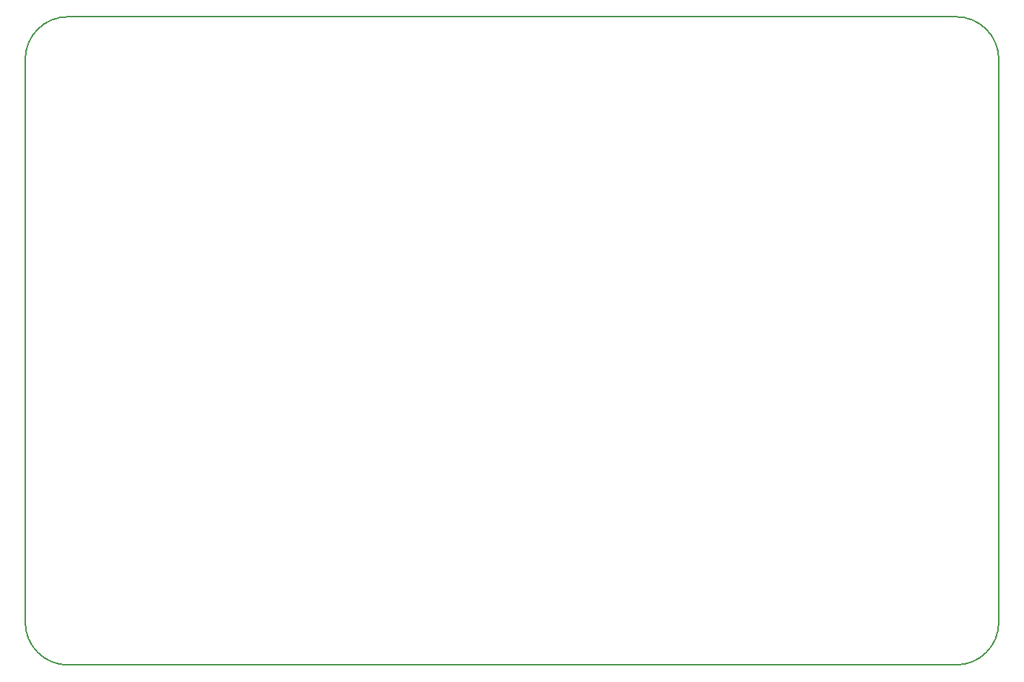
<source format=gbr>
G04 #@! TF.GenerationSoftware,KiCad,Pcbnew,(5.1.4-0-10_14)*
G04 #@! TF.CreationDate,2020-04-27T22:32:42-07:00*
G04 #@! TF.ProjectId,LED_Board_s_,4c45445f-426f-4617-9264-5f735f2e6b69,rev?*
G04 #@! TF.SameCoordinates,Original*
G04 #@! TF.FileFunction,Profile,NP*
%FSLAX46Y46*%
G04 Gerber Fmt 4.6, Leading zero omitted, Abs format (unit mm)*
G04 Created by KiCad (PCBNEW (5.1.4-0-10_14)) date 2020-04-27 22:32:42*
%MOMM*%
%LPD*%
G04 APERTURE LIST*
%ADD10C,0.200000*%
G04 APERTURE END LIST*
D10*
X124360000Y-97210000D02*
X72210000Y-97210000D01*
X129360000Y-59110000D02*
X129359999Y-92210000D01*
X129359999Y-92210000D02*
G75*
G02X124360000Y-97209999I-4999999J0D01*
G01*
X20060002Y-97209999D02*
G75*
G02X15060001Y-92210000I-1J5000000D01*
G01*
X124359999Y-21010001D02*
G75*
G02X129359999Y-26010001I0J-5000000D01*
G01*
X129360000Y-59110000D02*
X129360000Y-26010000D01*
X20060000Y-97209999D02*
X72210000Y-97210000D01*
X15060000Y-26010000D02*
G75*
G02X20060000Y-21010000I5000000J0D01*
G01*
X15060000Y-59110000D02*
X15060000Y-26010000D01*
X15060000Y-59110000D02*
X15060001Y-92210000D01*
X20060000Y-21010000D02*
X124360000Y-21010001D01*
M02*

</source>
